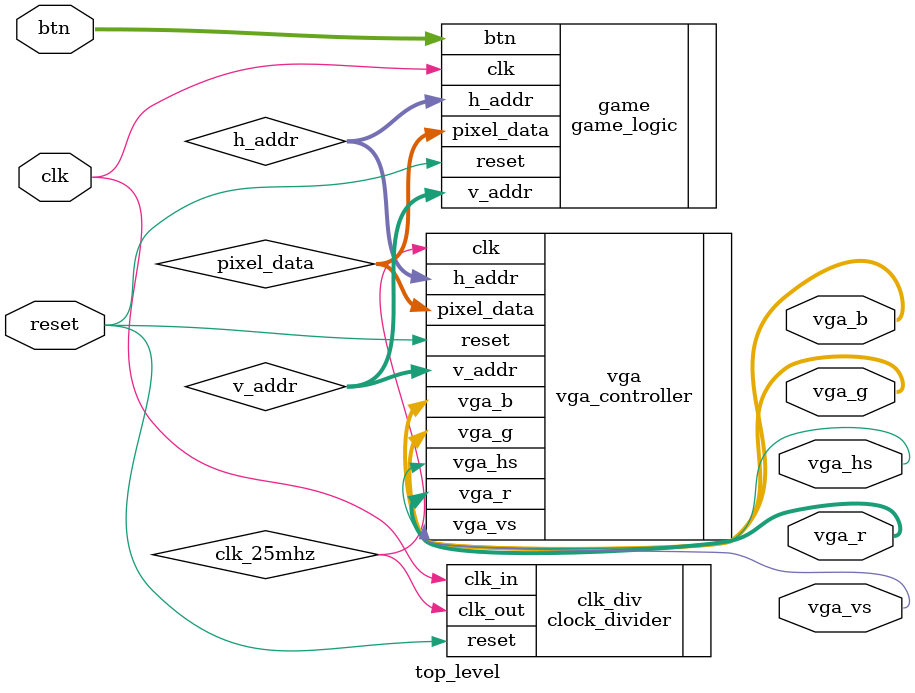
<source format=v>
module top_level (
    input clk,          // System clock
    input reset,        // Reset signal
    input [1:0] btn,    // Buttons for player control
    output [3:0] vga_r, // VGA red signal
    output [3:0] vga_g, // VGA green signal
    output [3:0] vga_b, // VGA blue signal
    output vga_hs,      // VGA horizontal sync
    output vga_vs       // VGA vertical sync
);

    wire clk_25mhz;        // Clock for VGA
    wire [9:0] h_addr, v_addr; // Pixel coordinates
    wire [11:0] pixel_data;    // Pixel color data

    // Clock divider for VGA
    clock_divider clk_div (
        .clk_in(clk),
        .reset(reset),
        .clk_out(clk_25mhz)
    );

    // VGA Controller
    vga_controller vga (
        .clk(clk_25mhz),
        .reset(reset),
        .h_addr(h_addr),
        .v_addr(v_addr),
        .pixel_data(pixel_data),
        .vga_r(vga_r),
        .vga_g(vga_g),
        .vga_b(vga_b),
        .vga_hs(vga_hs),
        .vga_vs(vga_vs)
    );

    // Game Logic
    game_logic game (
        .clk(clk),
        .reset(reset),
        .btn(btn),
        .h_addr(h_addr),
        .v_addr(v_addr),
        .pixel_data(pixel_data)
    );

endmodule

</source>
